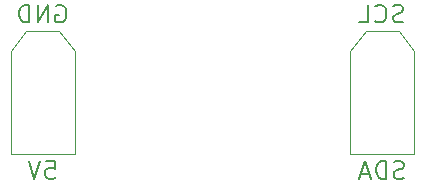
<source format=gbr>
%TF.GenerationSoftware,KiCad,Pcbnew,(7.0.0)*%
%TF.CreationDate,2024-02-03T20:30:22+01:00*%
%TF.ProjectId,Helios_IMU_F,48656c69-6f73-45f4-994d-555f462e6b69,rev?*%
%TF.SameCoordinates,PX9058260PY5c4edc0*%
%TF.FileFunction,Legend,Bot*%
%TF.FilePolarity,Positive*%
%FSLAX46Y46*%
G04 Gerber Fmt 4.6, Leading zero omitted, Abs format (unit mm)*
G04 Created by KiCad (PCBNEW (7.0.0)) date 2024-02-03 20:30:22*
%MOMM*%
%LPD*%
G01*
G04 APERTURE LIST*
%ADD10C,0.150000*%
%ADD11C,0.120000*%
G04 APERTURE END LIST*
D10*
%TO.C,J4*%
X16200427Y-7065642D02*
X15986142Y-7137071D01*
X15986142Y-7137071D02*
X15628999Y-7137071D01*
X15628999Y-7137071D02*
X15486142Y-7065642D01*
X15486142Y-7065642D02*
X15414713Y-6994214D01*
X15414713Y-6994214D02*
X15343284Y-6851357D01*
X15343284Y-6851357D02*
X15343284Y-6708500D01*
X15343284Y-6708500D02*
X15414713Y-6565642D01*
X15414713Y-6565642D02*
X15486142Y-6494214D01*
X15486142Y-6494214D02*
X15628999Y-6422785D01*
X15628999Y-6422785D02*
X15914713Y-6351357D01*
X15914713Y-6351357D02*
X16057570Y-6279928D01*
X16057570Y-6279928D02*
X16128999Y-6208500D01*
X16128999Y-6208500D02*
X16200427Y-6065642D01*
X16200427Y-6065642D02*
X16200427Y-5922785D01*
X16200427Y-5922785D02*
X16128999Y-5779928D01*
X16128999Y-5779928D02*
X16057570Y-5708500D01*
X16057570Y-5708500D02*
X15914713Y-5637071D01*
X15914713Y-5637071D02*
X15557570Y-5637071D01*
X15557570Y-5637071D02*
X15343284Y-5708500D01*
X14700428Y-7137071D02*
X14700428Y-5637071D01*
X14700428Y-5637071D02*
X14343285Y-5637071D01*
X14343285Y-5637071D02*
X14128999Y-5708500D01*
X14128999Y-5708500D02*
X13986142Y-5851357D01*
X13986142Y-5851357D02*
X13914713Y-5994214D01*
X13914713Y-5994214D02*
X13843285Y-6279928D01*
X13843285Y-6279928D02*
X13843285Y-6494214D01*
X13843285Y-6494214D02*
X13914713Y-6779928D01*
X13914713Y-6779928D02*
X13986142Y-6922785D01*
X13986142Y-6922785D02*
X14128999Y-7065642D01*
X14128999Y-7065642D02*
X14343285Y-7137071D01*
X14343285Y-7137071D02*
X14700428Y-7137071D01*
X13271856Y-6708500D02*
X12557571Y-6708500D01*
X13414713Y-7137071D02*
X12914713Y-5637071D01*
X12914713Y-5637071D02*
X12414713Y-7137071D01*
X16164713Y6165358D02*
X15950428Y6093929D01*
X15950428Y6093929D02*
X15593285Y6093929D01*
X15593285Y6093929D02*
X15450428Y6165358D01*
X15450428Y6165358D02*
X15378999Y6236786D01*
X15378999Y6236786D02*
X15307570Y6379643D01*
X15307570Y6379643D02*
X15307570Y6522500D01*
X15307570Y6522500D02*
X15378999Y6665358D01*
X15378999Y6665358D02*
X15450428Y6736786D01*
X15450428Y6736786D02*
X15593285Y6808215D01*
X15593285Y6808215D02*
X15878999Y6879643D01*
X15878999Y6879643D02*
X16021856Y6951072D01*
X16021856Y6951072D02*
X16093285Y7022500D01*
X16093285Y7022500D02*
X16164713Y7165358D01*
X16164713Y7165358D02*
X16164713Y7308215D01*
X16164713Y7308215D02*
X16093285Y7451072D01*
X16093285Y7451072D02*
X16021856Y7522500D01*
X16021856Y7522500D02*
X15878999Y7593929D01*
X15878999Y7593929D02*
X15521856Y7593929D01*
X15521856Y7593929D02*
X15307570Y7522500D01*
X13807571Y6236786D02*
X13878999Y6165358D01*
X13878999Y6165358D02*
X14093285Y6093929D01*
X14093285Y6093929D02*
X14236142Y6093929D01*
X14236142Y6093929D02*
X14450428Y6165358D01*
X14450428Y6165358D02*
X14593285Y6308215D01*
X14593285Y6308215D02*
X14664714Y6451072D01*
X14664714Y6451072D02*
X14736142Y6736786D01*
X14736142Y6736786D02*
X14736142Y6951072D01*
X14736142Y6951072D02*
X14664714Y7236786D01*
X14664714Y7236786D02*
X14593285Y7379643D01*
X14593285Y7379643D02*
X14450428Y7522500D01*
X14450428Y7522500D02*
X14236142Y7593929D01*
X14236142Y7593929D02*
X14093285Y7593929D01*
X14093285Y7593929D02*
X13878999Y7522500D01*
X13878999Y7522500D02*
X13807571Y7451072D01*
X12450428Y6093929D02*
X13164714Y6093929D01*
X13164714Y6093929D02*
X13164714Y7593929D01*
%TO.C,J3*%
X-14070287Y-5637071D02*
X-13356001Y-5637071D01*
X-13356001Y-5637071D02*
X-13284573Y-6351357D01*
X-13284573Y-6351357D02*
X-13356001Y-6279928D01*
X-13356001Y-6279928D02*
X-13498858Y-6208500D01*
X-13498858Y-6208500D02*
X-13856001Y-6208500D01*
X-13856001Y-6208500D02*
X-13998858Y-6279928D01*
X-13998858Y-6279928D02*
X-14070287Y-6351357D01*
X-14070287Y-6351357D02*
X-14141716Y-6494214D01*
X-14141716Y-6494214D02*
X-14141716Y-6851357D01*
X-14141716Y-6851357D02*
X-14070287Y-6994214D01*
X-14070287Y-6994214D02*
X-13998858Y-7065642D01*
X-13998858Y-7065642D02*
X-13856001Y-7137071D01*
X-13856001Y-7137071D02*
X-13498858Y-7137071D01*
X-13498858Y-7137071D02*
X-13356001Y-7065642D01*
X-13356001Y-7065642D02*
X-13284573Y-6994214D01*
X-14570287Y-5637071D02*
X-15070287Y-7137071D01*
X-15070287Y-7137071D02*
X-15570287Y-5637071D01*
X-13213144Y7522500D02*
X-13070286Y7593929D01*
X-13070286Y7593929D02*
X-12856001Y7593929D01*
X-12856001Y7593929D02*
X-12641715Y7522500D01*
X-12641715Y7522500D02*
X-12498858Y7379643D01*
X-12498858Y7379643D02*
X-12427429Y7236786D01*
X-12427429Y7236786D02*
X-12356001Y6951072D01*
X-12356001Y6951072D02*
X-12356001Y6736786D01*
X-12356001Y6736786D02*
X-12427429Y6451072D01*
X-12427429Y6451072D02*
X-12498858Y6308215D01*
X-12498858Y6308215D02*
X-12641715Y6165358D01*
X-12641715Y6165358D02*
X-12856001Y6093929D01*
X-12856001Y6093929D02*
X-12998858Y6093929D01*
X-12998858Y6093929D02*
X-13213144Y6165358D01*
X-13213144Y6165358D02*
X-13284572Y6236786D01*
X-13284572Y6236786D02*
X-13284572Y6736786D01*
X-13284572Y6736786D02*
X-12998858Y6736786D01*
X-13927429Y6093929D02*
X-13927429Y7593929D01*
X-13927429Y7593929D02*
X-14784572Y6093929D01*
X-14784572Y6093929D02*
X-14784572Y7593929D01*
X-15498858Y6093929D02*
X-15498858Y7593929D01*
X-15498858Y7593929D02*
X-15856001Y7593929D01*
X-15856001Y7593929D02*
X-16070287Y7522500D01*
X-16070287Y7522500D02*
X-16213144Y7379643D01*
X-16213144Y7379643D02*
X-16284573Y7236786D01*
X-16284573Y7236786D02*
X-16356001Y6951072D01*
X-16356001Y6951072D02*
X-16356001Y6736786D01*
X-16356001Y6736786D02*
X-16284573Y6451072D01*
X-16284573Y6451072D02*
X-16213144Y6308215D01*
X-16213144Y6308215D02*
X-16070287Y6165358D01*
X-16070287Y6165358D02*
X-15856001Y6093929D01*
X-15856001Y6093929D02*
X-15498858Y6093929D01*
D11*
%TO.C,J4*%
X15789000Y5355000D02*
X17089000Y3655000D01*
X12969000Y5355000D02*
X15789000Y5355000D01*
X12969000Y5355000D02*
X11669000Y3655000D01*
X17089000Y3655000D02*
X17089000Y-5065000D01*
X11669000Y3655000D02*
X11669000Y-5065000D01*
X11669000Y-5065000D02*
X17089000Y-5065000D01*
%TO.C,J3*%
X-12946000Y5355000D02*
X-11646000Y3655000D01*
X-15766000Y5355000D02*
X-12946000Y5355000D01*
X-15766000Y5355000D02*
X-17066000Y3655000D01*
X-11646000Y3655000D02*
X-11646000Y-5065000D01*
X-17066000Y3655000D02*
X-17066000Y-5065000D01*
X-17066000Y-5065000D02*
X-11646000Y-5065000D01*
%TD*%
M02*

</source>
